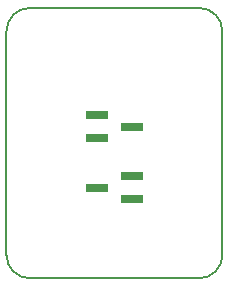
<source format=gbr>
G04 #@! TF.GenerationSoftware,KiCad,Pcbnew,5.0.1-33cea8e~68~ubuntu18.10.1*
G04 #@! TF.CreationDate,2018-11-26T23:36:38+02:00*
G04 #@! TF.ProjectId,BRK-SOT-23-3,42524B2D534F542D32332D332E6B6963,v1.0*
G04 #@! TF.SameCoordinates,Original*
G04 #@! TF.FileFunction,Paste,Top*
G04 #@! TF.FilePolarity,Positive*
%FSLAX46Y46*%
G04 Gerber Fmt 4.6, Leading zero omitted, Abs format (unit mm)*
G04 Created by KiCad (PCBNEW 5.0.1-33cea8e~68~ubuntu18.10.1) date ma 26. marraskuuta 2018 23.36.38*
%MOMM*%
%LPD*%
G01*
G04 APERTURE LIST*
%ADD10C,0.150000*%
%ADD11R,1.900000X0.800000*%
G04 APERTURE END LIST*
D10*
X68300000Y-70900000D02*
G75*
G02X66300000Y-72900000I-2000000J0D01*
G01*
X52000000Y-72900000D02*
G75*
G02X50000000Y-70900000I0J2000000D01*
G01*
X66300000Y-50000000D02*
G75*
G02X68300000Y-52000000I0J-2000000D01*
G01*
X50000000Y-52000000D02*
G75*
G02X52000000Y-50000000I2000000J0D01*
G01*
X66300000Y-72900000D02*
X52000000Y-72900000D01*
X68300000Y-52000000D02*
X68300000Y-70900000D01*
X52000000Y-50000000D02*
X66300000Y-50000000D01*
X50000000Y-70900000D02*
X50000000Y-52000000D01*
D11*
G04 #@! TO.C,U2*
X57650000Y-65230000D03*
X60650000Y-64280000D03*
X60650000Y-66180000D03*
G04 #@! TD*
G04 #@! TO.C,U1*
X57650000Y-59100000D03*
X57650000Y-61000000D03*
X60650000Y-60050000D03*
G04 #@! TD*
M02*

</source>
